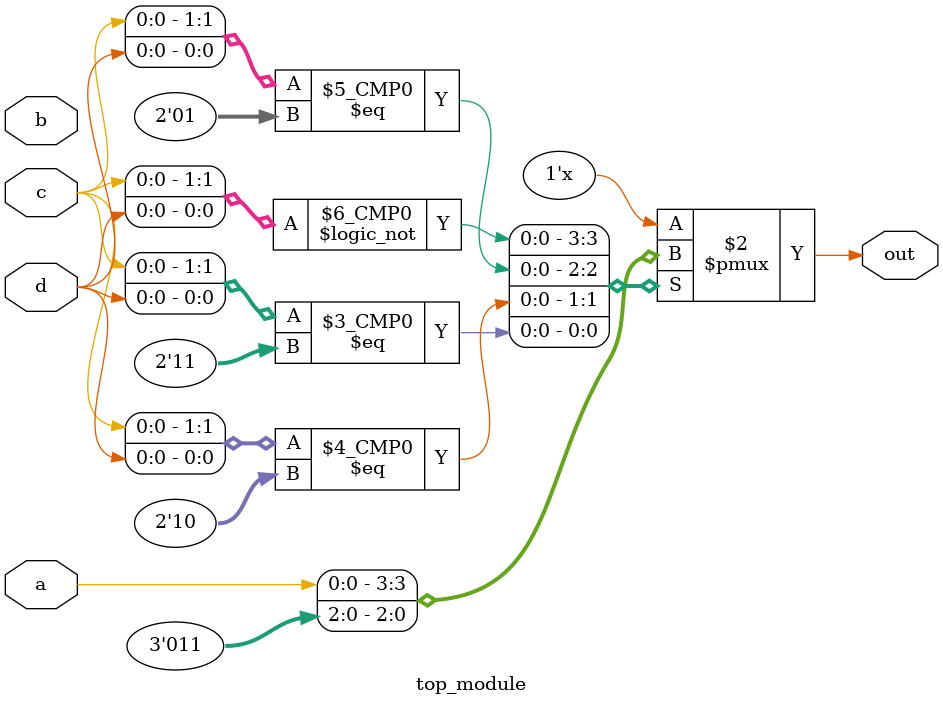
<source format=sv>
module top_module (
    input a, 
    input b,
    input c,
    input d,
    output reg out
);

always @(*) begin
    case ({c, d})
        2'b00: out = a;
        2'b01: out = 1'b0;
        2'b10: out = 1'b1;
        2'b11: out = 1'b1;
    endcase
end

endmodule

</source>
